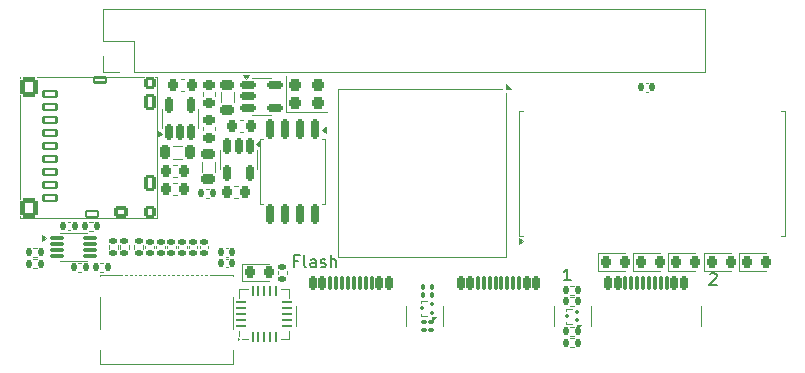
<source format=gto>
%TF.GenerationSoftware,KiCad,Pcbnew,9.0.3*%
%TF.CreationDate,2025-07-23T11:06:21+02:00*%
%TF.ProjectId,icepi-zero,69636570-692d-47a6-9572-6f2e6b696361,v1.3*%
%TF.SameCoordinates,Original*%
%TF.FileFunction,Legend,Top*%
%TF.FilePolarity,Positive*%
%FSLAX46Y46*%
G04 Gerber Fmt 4.6, Leading zero omitted, Abs format (unit mm)*
G04 Created by KiCad (PCBNEW 9.0.3) date 2025-07-23 11:06:21*
%MOMM*%
%LPD*%
G01*
G04 APERTURE LIST*
G04 Aperture macros list*
%AMRoundRect*
0 Rectangle with rounded corners*
0 $1 Rounding radius*
0 $2 $3 $4 $5 $6 $7 $8 $9 X,Y pos of 4 corners*
0 Add a 4 corners polygon primitive as box body*
4,1,4,$2,$3,$4,$5,$6,$7,$8,$9,$2,$3,0*
0 Add four circle primitives for the rounded corners*
1,1,$1+$1,$2,$3*
1,1,$1+$1,$4,$5*
1,1,$1+$1,$6,$7*
1,1,$1+$1,$8,$9*
0 Add four rect primitives between the rounded corners*
20,1,$1+$1,$2,$3,$4,$5,0*
20,1,$1+$1,$4,$5,$6,$7,0*
20,1,$1+$1,$6,$7,$8,$9,0*
20,1,$1+$1,$8,$9,$2,$3,0*%
G04 Aperture macros list end*
%ADD10C,0.200000*%
%ADD11C,0.120000*%
%ADD12C,0.100000*%
%ADD13C,5.700000*%
%ADD14RoundRect,0.140000X-0.170000X0.140000X-0.170000X-0.140000X0.170000X-0.140000X0.170000X0.140000X0*%
%ADD15RoundRect,0.225000X0.225000X0.250000X-0.225000X0.250000X-0.225000X-0.250000X0.225000X-0.250000X0*%
%ADD16RoundRect,0.135000X-0.135000X-0.185000X0.135000X-0.185000X0.135000X0.185000X-0.135000X0.185000X0*%
%ADD17RoundRect,0.140000X-0.140000X-0.170000X0.140000X-0.170000X0.140000X0.170000X-0.140000X0.170000X0*%
%ADD18RoundRect,0.150000X-0.512500X-0.150000X0.512500X-0.150000X0.512500X0.150000X-0.512500X0.150000X0*%
%ADD19R,1.700000X1.700000*%
%ADD20C,1.700000*%
%ADD21RoundRect,0.075000X-0.550000X-0.075000X0.550000X-0.075000X0.550000X0.075000X-0.550000X0.075000X0*%
%ADD22RoundRect,0.218750X-0.218750X-0.256250X0.218750X-0.256250X0.218750X0.256250X-0.218750X0.256250X0*%
%ADD23C,0.650000*%
%ADD24RoundRect,0.150000X-0.150000X-0.425000X0.150000X-0.425000X0.150000X0.425000X-0.150000X0.425000X0*%
%ADD25RoundRect,0.075000X-0.075000X-0.500000X0.075000X-0.500000X0.075000X0.500000X-0.075000X0.500000X0*%
%ADD26O,1.000000X2.100000*%
%ADD27O,1.000000X1.800000*%
%ADD28RoundRect,0.135000X0.185000X-0.135000X0.185000X0.135000X-0.185000X0.135000X-0.185000X-0.135000X0*%
%ADD29RoundRect,0.135000X0.135000X0.185000X-0.135000X0.185000X-0.135000X-0.185000X0.135000X-0.185000X0*%
%ADD30RoundRect,0.100000X-0.130000X-0.100000X0.130000X-0.100000X0.130000X0.100000X-0.130000X0.100000X0*%
%ADD31RoundRect,0.140000X0.140000X0.170000X-0.140000X0.170000X-0.140000X-0.170000X0.140000X-0.170000X0*%
%ADD32RoundRect,0.075000X0.075000X-0.075000X0.075000X0.075000X-0.075000X0.075000X-0.075000X-0.075000X0*%
%ADD33RoundRect,0.100000X-0.100000X0.130000X-0.100000X-0.130000X0.100000X-0.130000X0.100000X0.130000X0*%
%ADD34C,0.470000*%
%ADD35R,0.458000X1.510000*%
%ADD36RoundRect,0.225000X-0.250000X0.225000X-0.250000X-0.225000X0.250000X-0.225000X0.250000X0.225000X0*%
%ADD37RoundRect,0.150000X-0.150000X0.512500X-0.150000X-0.512500X0.150000X-0.512500X0.150000X0.512500X0*%
%ADD38RoundRect,0.250000X-0.300000X-0.250000X0.300000X-0.250000X0.300000X0.250000X-0.300000X0.250000X0*%
%ADD39C,1.000000*%
%ADD40R,0.210000X1.200000*%
%ADD41O,1.250000X1.800000*%
%ADD42RoundRect,0.225000X-0.225000X-0.250000X0.225000X-0.250000X0.225000X0.250000X-0.225000X0.250000X0*%
%ADD43RoundRect,0.150000X0.150000X-0.512500X0.150000X0.512500X-0.150000X0.512500X-0.150000X-0.512500X0*%
%ADD44RoundRect,0.218750X-0.218750X-0.381250X0.218750X-0.381250X0.218750X0.381250X-0.218750X0.381250X0*%
%ADD45RoundRect,0.162500X-0.162500X0.650000X-0.162500X-0.650000X0.162500X-0.650000X0.162500X0.650000X0*%
%ADD46RoundRect,0.218750X0.381250X-0.218750X0.381250X0.218750X-0.381250X0.218750X-0.381250X-0.218750X0*%
%ADD47RoundRect,0.218750X-0.381250X0.218750X-0.381250X-0.218750X0.381250X-0.218750X0.381250X0.218750X0*%
%ADD48RoundRect,0.062500X0.062500X-0.350000X0.062500X0.350000X-0.062500X0.350000X-0.062500X-0.350000X0*%
%ADD49RoundRect,0.062500X0.350000X-0.062500X0.350000X0.062500X-0.350000X0.062500X-0.350000X-0.062500X0*%
%ADD50R,2.500000X2.500000*%
%ADD51RoundRect,0.112500X-0.562500X0.262500X-0.562500X-0.262500X0.562500X-0.262500X0.562500X0.262500X0*%
%ADD52RoundRect,0.153750X-0.421250X0.358750X-0.421250X-0.358750X0.421250X-0.358750X0.421250X0.358750X0*%
%ADD53RoundRect,0.092250X-0.507750X0.215250X-0.507750X-0.215250X0.507750X-0.215250X0.507750X0.215250X0*%
%ADD54RoundRect,0.157500X-0.367500X0.380000X-0.367500X-0.380000X0.367500X-0.380000X0.367500X0.380000X0*%
%ADD55RoundRect,0.225000X-0.525000X0.625000X-0.525000X-0.625000X0.525000X-0.625000X0.525000X0.625000X0*%
%ADD56RoundRect,0.157500X-0.367500X0.542500X-0.367500X-0.542500X0.367500X-0.542500X0.367500X0.542500X0*%
%ADD57RoundRect,0.108750X-0.491250X0.253750X-0.491250X-0.253750X0.491250X-0.253750X0.491250X0.253750X0*%
G04 APERTURE END LIST*
D10*
X162618482Y-113817219D02*
X162047054Y-113817219D01*
X162332768Y-113817219D02*
X162332768Y-112817219D01*
X162332768Y-112817219D02*
X162237530Y-112960076D01*
X162237530Y-112960076D02*
X162142292Y-113055314D01*
X162142292Y-113055314D02*
X162047054Y-113102933D01*
X139543006Y-112163409D02*
X139209673Y-112163409D01*
X139209673Y-112687219D02*
X139209673Y-111687219D01*
X139209673Y-111687219D02*
X139685863Y-111687219D01*
X140209673Y-112687219D02*
X140114435Y-112639600D01*
X140114435Y-112639600D02*
X140066816Y-112544361D01*
X140066816Y-112544361D02*
X140066816Y-111687219D01*
X141019197Y-112687219D02*
X141019197Y-112163409D01*
X141019197Y-112163409D02*
X140971578Y-112068171D01*
X140971578Y-112068171D02*
X140876340Y-112020552D01*
X140876340Y-112020552D02*
X140685864Y-112020552D01*
X140685864Y-112020552D02*
X140590626Y-112068171D01*
X141019197Y-112639600D02*
X140923959Y-112687219D01*
X140923959Y-112687219D02*
X140685864Y-112687219D01*
X140685864Y-112687219D02*
X140590626Y-112639600D01*
X140590626Y-112639600D02*
X140543007Y-112544361D01*
X140543007Y-112544361D02*
X140543007Y-112449123D01*
X140543007Y-112449123D02*
X140590626Y-112353885D01*
X140590626Y-112353885D02*
X140685864Y-112306266D01*
X140685864Y-112306266D02*
X140923959Y-112306266D01*
X140923959Y-112306266D02*
X141019197Y-112258647D01*
X141447769Y-112639600D02*
X141543007Y-112687219D01*
X141543007Y-112687219D02*
X141733483Y-112687219D01*
X141733483Y-112687219D02*
X141828721Y-112639600D01*
X141828721Y-112639600D02*
X141876340Y-112544361D01*
X141876340Y-112544361D02*
X141876340Y-112496742D01*
X141876340Y-112496742D02*
X141828721Y-112401504D01*
X141828721Y-112401504D02*
X141733483Y-112353885D01*
X141733483Y-112353885D02*
X141590626Y-112353885D01*
X141590626Y-112353885D02*
X141495388Y-112306266D01*
X141495388Y-112306266D02*
X141447769Y-112211028D01*
X141447769Y-112211028D02*
X141447769Y-112163409D01*
X141447769Y-112163409D02*
X141495388Y-112068171D01*
X141495388Y-112068171D02*
X141590626Y-112020552D01*
X141590626Y-112020552D02*
X141733483Y-112020552D01*
X141733483Y-112020552D02*
X141828721Y-112068171D01*
X142304912Y-112687219D02*
X142304912Y-111687219D01*
X142733483Y-112687219D02*
X142733483Y-112163409D01*
X142733483Y-112163409D02*
X142685864Y-112068171D01*
X142685864Y-112068171D02*
X142590626Y-112020552D01*
X142590626Y-112020552D02*
X142447769Y-112020552D01*
X142447769Y-112020552D02*
X142352531Y-112068171D01*
X142352531Y-112068171D02*
X142304912Y-112115790D01*
X174397054Y-113287457D02*
X174444673Y-113239838D01*
X174444673Y-113239838D02*
X174539911Y-113192219D01*
X174539911Y-113192219D02*
X174778006Y-113192219D01*
X174778006Y-113192219D02*
X174873244Y-113239838D01*
X174873244Y-113239838D02*
X174920863Y-113287457D01*
X174920863Y-113287457D02*
X174968482Y-113382695D01*
X174968482Y-113382695D02*
X174968482Y-113477933D01*
X174968482Y-113477933D02*
X174920863Y-113620790D01*
X174920863Y-113620790D02*
X174349435Y-114192219D01*
X174349435Y-114192219D02*
X174968482Y-114192219D01*
D11*
%TO.C,C31*%
X131210000Y-110892164D02*
X131210000Y-111107836D01*
X131930000Y-110892164D02*
X131930000Y-111107836D01*
%TO.C,C35*%
X127530000Y-110892164D02*
X127530000Y-111107836D01*
X128250000Y-110892164D02*
X128250000Y-111107836D01*
%TO.C,C5*%
X129240580Y-104060000D02*
X128959420Y-104060000D01*
X129240580Y-105080000D02*
X128959420Y-105080000D01*
%TO.C,C6*%
X129240580Y-105590000D02*
X128959420Y-105590000D01*
X129240580Y-106610000D02*
X128959420Y-106610000D01*
%TO.C,R27*%
X162596359Y-115195000D02*
X162903641Y-115195000D01*
X162596359Y-115955000D02*
X162903641Y-115955000D01*
%TO.C,C44*%
X168952164Y-97110000D02*
X169167836Y-97110000D01*
X168952164Y-97830000D02*
X169167836Y-97830000D01*
%TO.C,U4*%
X136440000Y-96682500D02*
X135640000Y-96682500D01*
X136440000Y-96682500D02*
X137240000Y-96682500D01*
X136440000Y-99802500D02*
X135640000Y-99802500D01*
X136440000Y-99802500D02*
X137240000Y-99802500D01*
X135140000Y-96732500D02*
X134900000Y-96402500D01*
X135380000Y-96402500D01*
X135140000Y-96732500D01*
G36*
X135140000Y-96732500D02*
G01*
X134900000Y-96402500D01*
X135380000Y-96402500D01*
X135140000Y-96732500D01*
G37*
%TO.C,J1*%
X122995000Y-90855000D02*
X174015000Y-90855000D01*
X122995000Y-93505000D02*
X122995000Y-90855000D01*
X122995000Y-96155000D02*
X122995000Y-94775000D01*
X124375000Y-96155000D02*
X122995000Y-96155000D01*
X125645000Y-93505000D02*
X122995000Y-93505000D01*
X125645000Y-96155000D02*
X125645000Y-93505000D01*
X125645000Y-96155000D02*
X174015000Y-96155000D01*
X174015000Y-96155000D02*
X174015000Y-90855000D01*
%TO.C,U5*%
X120500000Y-109790000D02*
X119350000Y-109790000D01*
X120500000Y-109790000D02*
X121650000Y-109790000D01*
X120500000Y-112160000D02*
X119350000Y-112160000D01*
X120500000Y-112160000D02*
X121650000Y-112160000D01*
X118215000Y-110225000D02*
X117885000Y-110465000D01*
X117885000Y-109985000D01*
X118215000Y-110225000D01*
G36*
X118215000Y-110225000D02*
G01*
X117885000Y-110465000D01*
X117885000Y-109985000D01*
X118215000Y-110225000D01*
G37*
%TO.C,D3*%
X173875000Y-111505000D02*
X173875000Y-112975000D01*
X173875000Y-112975000D02*
X176160000Y-112975000D01*
X176160000Y-111505000D02*
X173875000Y-111505000D01*
%TO.C,J4*%
X164330000Y-117650000D02*
X164330000Y-115950000D01*
X173670000Y-117650000D02*
X173670000Y-115950000D01*
%TO.C,D8*%
X134777500Y-112395000D02*
X134777500Y-113865000D01*
X134777500Y-113865000D02*
X137062500Y-113865000D01*
X137062500Y-112395000D02*
X134777500Y-112395000D01*
%TO.C,R12*%
X125660000Y-111153641D02*
X125660000Y-110846359D01*
X126420000Y-111153641D02*
X126420000Y-110846359D01*
%TO.C,R16*%
X121193641Y-112320000D02*
X120886359Y-112320000D01*
X121193641Y-113080000D02*
X120886359Y-113080000D01*
%TO.C,R18*%
X117096359Y-112020000D02*
X117403641Y-112020000D01*
X117096359Y-112780000D02*
X117403641Y-112780000D01*
%TO.C,R8*%
X132003641Y-106040000D02*
X131696359Y-106040000D01*
X132003641Y-106800000D02*
X131696359Y-106800000D01*
%TO.C,D4*%
X167887500Y-111525000D02*
X167887500Y-112995000D01*
X167887500Y-112995000D02*
X170172500Y-112995000D01*
X170172500Y-111525000D02*
X167887500Y-111525000D01*
%TO.C,C30*%
X133607836Y-111070000D02*
X133392164Y-111070000D01*
X133607836Y-111790000D02*
X133392164Y-111790000D01*
%TO.C,U9*%
X149917500Y-115532500D02*
X149917500Y-115732500D01*
X149917500Y-116832500D02*
X149917500Y-116632500D01*
X150467500Y-115532500D02*
X149917500Y-115532500D01*
X150467500Y-116832500D02*
X149917500Y-116832500D01*
X150897500Y-117222500D02*
X150897500Y-116942500D01*
X151177500Y-116942500D01*
X150897500Y-117222500D01*
G36*
X150897500Y-117222500D02*
G01*
X150897500Y-116942500D01*
X151177500Y-116942500D01*
X150897500Y-117222500D01*
G37*
%TO.C,J5*%
X151830000Y-117650000D02*
X151830000Y-115950000D01*
X161170000Y-117650000D02*
X161170000Y-115950000D01*
%TO.C,C32*%
X130290000Y-110892164D02*
X130290000Y-111107836D01*
X131010000Y-110892164D02*
X131010000Y-111107836D01*
%TO.C,C17*%
X134875580Y-100260000D02*
X134594420Y-100260000D01*
X134875580Y-101280000D02*
X134594420Y-101280000D01*
%TO.C,R28*%
X137830000Y-113303641D02*
X137830000Y-112996359D01*
X138590000Y-113303641D02*
X138590000Y-112996359D01*
%TO.C,C4*%
X129890580Y-96790000D02*
X129609420Y-96790000D01*
X129890580Y-97810000D02*
X129609420Y-97810000D01*
%TO.C,C34*%
X128450000Y-110892164D02*
X128450000Y-111107836D01*
X129170000Y-110892164D02*
X129170000Y-111107836D01*
%TO.C,U1*%
X142900000Y-97650000D02*
X142900000Y-111850000D01*
X142900000Y-111850000D02*
X157100000Y-111850000D01*
X156780000Y-97650000D02*
X142900000Y-97650000D01*
X157100000Y-111850000D02*
X157100000Y-97970000D01*
X157600000Y-97650000D02*
X157100000Y-97650000D01*
X157100000Y-97150000D01*
X157600000Y-97650000D01*
G36*
X157600000Y-97650000D02*
G01*
X157100000Y-97650000D01*
X157100000Y-97150000D01*
X157600000Y-97650000D01*
G37*
%TO.C,U10*%
X158200000Y-99450000D02*
X158600000Y-99450000D01*
X158200000Y-110050000D02*
X158200000Y-99450000D01*
X158600000Y-110050000D02*
X158200000Y-110050000D01*
X180400000Y-99450000D02*
X180800000Y-99450000D01*
X180400000Y-110050000D02*
X180800000Y-110050000D01*
X180800000Y-110050000D02*
X180800000Y-99450000D01*
X158600000Y-110450000D02*
X158270000Y-110690000D01*
X158270000Y-110210000D01*
X158600000Y-110450000D01*
G36*
X158600000Y-110450000D02*
G01*
X158270000Y-110690000D01*
X158270000Y-110210000D01*
X158600000Y-110450000D01*
G37*
%TO.C,C23*%
X131460000Y-100834420D02*
X131460000Y-101115580D01*
X132480000Y-100834420D02*
X132480000Y-101115580D01*
%TO.C,D2*%
X170875000Y-111505000D02*
X170875000Y-112975000D01*
X170875000Y-112975000D02*
X173160000Y-112975000D01*
X173160000Y-111505000D02*
X170875000Y-111505000D01*
%TO.C,U3*%
X132930000Y-103567500D02*
X132930000Y-102767500D01*
X132930000Y-103567500D02*
X132930000Y-104367500D01*
X136050000Y-103567500D02*
X136050000Y-102767500D01*
X136050000Y-103567500D02*
X136050000Y-104367500D01*
X136330000Y-102507500D02*
X136000000Y-102267500D01*
X136330000Y-102027500D01*
X136330000Y-102507500D01*
G36*
X136330000Y-102507500D02*
G01*
X136000000Y-102267500D01*
X136330000Y-102027500D01*
X136330000Y-102507500D01*
G37*
%TO.C,Y1*%
X138490000Y-96540000D02*
X138490000Y-99560000D01*
X138490000Y-99560000D02*
X142010000Y-99560000D01*
%TO.C,C33*%
X129370000Y-110892164D02*
X129370000Y-111107836D01*
X130090000Y-110892164D02*
X130090000Y-111107836D01*
%TO.C,R35*%
X162596359Y-117750000D02*
X162903641Y-117750000D01*
X162596359Y-118510000D02*
X162903641Y-118510000D01*
%TO.C,U8*%
X162200000Y-116200000D02*
X162200000Y-116400000D01*
X162200000Y-117500000D02*
X162200000Y-117300000D01*
X162750000Y-116200000D02*
X162200000Y-116200000D01*
X162750000Y-117500000D02*
X162200000Y-117500000D01*
X163180000Y-117890000D02*
X163180000Y-117610000D01*
X163460000Y-117610000D01*
X163180000Y-117890000D01*
G36*
X163180000Y-117890000D02*
G01*
X163180000Y-117610000D01*
X163460000Y-117610000D01*
X163180000Y-117890000D01*
G37*
%TO.C,R15*%
X122153641Y-108845000D02*
X121846359Y-108845000D01*
X122153641Y-109605000D02*
X121846359Y-109605000D01*
%TO.C,R17*%
X122746359Y-112320000D02*
X123053641Y-112320000D01*
X122746359Y-113080000D02*
X123053641Y-113080000D01*
%TO.C,J3*%
X139330000Y-117650000D02*
X139330000Y-115950000D01*
X148670000Y-117650000D02*
X148670000Y-115950000D01*
%TO.C,J2*%
D12*
X122800000Y-113350000D02*
X134000000Y-113350000D01*
X134000000Y-120850000D01*
X122800000Y-120850000D01*
X122800000Y-113350000D01*
D11*
%TO.C,C29*%
X133607836Y-111990000D02*
X133392164Y-111990000D01*
X133607836Y-112710000D02*
X133392164Y-112710000D01*
%TO.C,C36*%
X126610000Y-110892164D02*
X126610000Y-111107836D01*
X127330000Y-110892164D02*
X127330000Y-111107836D01*
%TO.C,R13*%
X124445000Y-111153641D02*
X124445000Y-110846359D01*
X125205000Y-111153641D02*
X125205000Y-110846359D01*
%TO.C,D5*%
X176865000Y-111515000D02*
X176865000Y-112985000D01*
X176865000Y-112985000D02*
X179150000Y-112985000D01*
X179150000Y-111515000D02*
X176865000Y-111515000D01*
%TO.C,R14*%
X123495000Y-111153641D02*
X123495000Y-110846359D01*
X124255000Y-111153641D02*
X124255000Y-110846359D01*
%TO.C,C24*%
X131455000Y-97879420D02*
X131455000Y-98160580D01*
X132475000Y-97879420D02*
X132475000Y-98160580D01*
%TO.C,C18*%
X134129420Y-105840000D02*
X134410580Y-105840000D01*
X134129420Y-106860000D02*
X134410580Y-106860000D01*
%TO.C,U2*%
X127980000Y-100087500D02*
X127980000Y-99287500D01*
X127980000Y-100087500D02*
X127980000Y-100887500D01*
X131100000Y-100087500D02*
X131100000Y-99287500D01*
X131100000Y-100087500D02*
X131100000Y-100887500D01*
X128030000Y-101387500D02*
X127700000Y-101627500D01*
X127700000Y-101147500D01*
X128030000Y-101387500D01*
G36*
X128030000Y-101387500D02*
G01*
X127700000Y-101627500D01*
X127700000Y-101147500D01*
X128030000Y-101387500D01*
G37*
%TO.C,L1*%
X128930378Y-102420000D02*
X129729622Y-102420000D01*
X128930378Y-103540000D02*
X129729622Y-103540000D01*
%TO.C,R26*%
X162596359Y-114255000D02*
X162903641Y-114255000D01*
X162596359Y-115015000D02*
X162903641Y-115015000D01*
%TO.C,U11*%
X136330000Y-101840000D02*
X136600000Y-101840000D01*
X136330000Y-104600000D02*
X136330000Y-101840000D01*
X136330000Y-104600000D02*
X136330000Y-107360000D01*
X136330000Y-107360000D02*
X136600000Y-107360000D01*
X141850000Y-101840000D02*
X141580000Y-101840000D01*
X141850000Y-104600000D02*
X141850000Y-101840000D01*
X141850000Y-104600000D02*
X141850000Y-107360000D01*
X141850000Y-107360000D02*
X141580000Y-107360000D01*
X141910000Y-101315000D02*
X141580000Y-101075000D01*
X141910000Y-100835000D01*
X141910000Y-101315000D01*
G36*
X141910000Y-101315000D02*
G01*
X141580000Y-101075000D01*
X141910000Y-100835000D01*
X141910000Y-101315000D01*
G37*
%TO.C,L3*%
X132985000Y-98689622D02*
X132985000Y-97890378D01*
X134105000Y-98689622D02*
X134105000Y-97890378D01*
%TO.C,D1*%
X164932500Y-111505000D02*
X164932500Y-112975000D01*
X164932500Y-112975000D02*
X167217500Y-112975000D01*
X167217500Y-111505000D02*
X164932500Y-111505000D01*
%TO.C,L2*%
X131380000Y-103800378D02*
X131380000Y-104599622D01*
X132500000Y-103800378D02*
X132500000Y-104599622D01*
%TO.C,U6*%
X134570000Y-114570000D02*
X135295000Y-114570000D01*
X134570000Y-115295000D02*
X134570000Y-114570000D01*
X134570000Y-118065000D02*
X134570000Y-118490000D01*
X135295000Y-118790000D02*
X134810000Y-118790000D01*
X138790000Y-114570000D02*
X138065000Y-114570000D01*
X138790000Y-115295000D02*
X138790000Y-114570000D01*
X138790000Y-118065000D02*
X138790000Y-118790000D01*
X138790000Y-118790000D02*
X138065000Y-118790000D01*
X134570000Y-118790000D02*
X134240000Y-119030000D01*
X134240000Y-118550000D01*
X134570000Y-118790000D01*
G36*
X134570000Y-118790000D02*
G01*
X134240000Y-119030000D01*
X134240000Y-118550000D01*
X134570000Y-118790000D01*
G37*
%TO.C,R39*%
X162596359Y-118695000D02*
X162903641Y-118695000D01*
X162596359Y-119455000D02*
X162903641Y-119455000D01*
%TO.C,J6*%
D12*
X127570000Y-96550000D02*
X115970000Y-96550000D01*
X115970000Y-108550000D01*
X127570000Y-108550000D01*
X127570000Y-96550000D01*
D11*
%TO.C,R19*%
X117096359Y-111060000D02*
X117403641Y-111060000D01*
X117096359Y-111820000D02*
X117403641Y-111820000D01*
%TO.C,C37*%
X120257836Y-108865000D02*
X120042164Y-108865000D01*
X120257836Y-109585000D02*
X120042164Y-109585000D01*
%TD*%
%LPC*%
D13*
%TO.C,H3*%
X119500000Y-116500000D03*
%TD*%
D14*
%TO.C,C31*%
X131570000Y-110520000D03*
X131570000Y-111480000D03*
%TD*%
%TO.C,C35*%
X127890000Y-110520000D03*
X127890000Y-111480000D03*
%TD*%
D15*
%TO.C,C5*%
X129875000Y-104570000D03*
X128325000Y-104570000D03*
%TD*%
%TO.C,C6*%
X129875000Y-106100000D03*
X128325000Y-106100000D03*
%TD*%
D16*
%TO.C,R27*%
X162240000Y-115575000D03*
X163260000Y-115575000D03*
%TD*%
D17*
%TO.C,C44*%
X168580000Y-97470000D03*
X169540000Y-97470000D03*
%TD*%
D18*
%TO.C,U4*%
X135302500Y-97292500D03*
X135302500Y-98242500D03*
X135302500Y-99192500D03*
X137577500Y-99192500D03*
X137577500Y-97292500D03*
%TD*%
D19*
%TO.C,J1*%
X124375000Y-94775000D03*
D20*
X124375000Y-92235000D03*
X126915000Y-94775000D03*
X126915000Y-92235000D03*
X129455000Y-94775000D03*
X129455000Y-92235000D03*
X131995000Y-94775000D03*
X131995000Y-92235000D03*
X134535000Y-94775000D03*
X134535000Y-92235000D03*
X137075000Y-94775000D03*
X137075000Y-92235000D03*
X139615000Y-94775000D03*
X139615000Y-92235000D03*
X142155000Y-94775000D03*
X142155000Y-92235000D03*
X144695000Y-94775000D03*
X144695000Y-92235000D03*
X147235000Y-94775000D03*
X147235000Y-92235000D03*
X149775000Y-94775000D03*
X149775000Y-92235000D03*
X152315000Y-94775000D03*
X152315000Y-92235000D03*
X154855000Y-94775000D03*
X154855000Y-92235000D03*
X157395000Y-94775000D03*
X157395000Y-92235000D03*
X159935000Y-94775000D03*
X159935000Y-92235000D03*
X162475000Y-94775000D03*
X162475000Y-92235000D03*
X165015000Y-94775000D03*
X165015000Y-92235000D03*
X167555000Y-94775000D03*
X167555000Y-92235000D03*
X170095000Y-94775000D03*
X170095000Y-92235000D03*
X172635000Y-94775000D03*
X172635000Y-92235000D03*
%TD*%
D21*
%TO.C,U5*%
X119100000Y-110225000D03*
X119100000Y-110725000D03*
X119100000Y-111225000D03*
X119100000Y-111725000D03*
X121900000Y-111725000D03*
X121900000Y-111225000D03*
X121900000Y-110725000D03*
X121900000Y-110225000D03*
%TD*%
D22*
%TO.C,D3*%
X174572500Y-112240000D03*
X176147500Y-112240000D03*
%TD*%
D23*
%TO.C,J4*%
X166110000Y-115145000D03*
X171890000Y-115145000D03*
D24*
X165800000Y-114070000D03*
X166600000Y-114070000D03*
D25*
X167750000Y-114070000D03*
X168750000Y-114070000D03*
X169250000Y-114070000D03*
X170250000Y-114070000D03*
D24*
X171400000Y-114070000D03*
X172200000Y-114070000D03*
X172200000Y-114070000D03*
X171400000Y-114070000D03*
D25*
X170750000Y-114070000D03*
X169750000Y-114070000D03*
X168250000Y-114070000D03*
X167250000Y-114070000D03*
D24*
X166600000Y-114070000D03*
X165800000Y-114070000D03*
D26*
X164680000Y-114645000D03*
D27*
X164680000Y-118825000D03*
D26*
X173320000Y-114645000D03*
D27*
X173320000Y-118825000D03*
%TD*%
D22*
%TO.C,D8*%
X135475000Y-113130000D03*
X137050000Y-113130000D03*
%TD*%
D28*
%TO.C,R12*%
X126040000Y-111510000D03*
X126040000Y-110490000D03*
%TD*%
D29*
%TO.C,R16*%
X121550000Y-112700000D03*
X120530000Y-112700000D03*
%TD*%
D16*
%TO.C,R18*%
X116740000Y-112400000D03*
X117760000Y-112400000D03*
%TD*%
D30*
%TO.C,R33*%
X150155000Y-118025000D03*
X150795000Y-118025000D03*
%TD*%
D29*
%TO.C,R8*%
X132360000Y-106420000D03*
X131340000Y-106420000D03*
%TD*%
D22*
%TO.C,D4*%
X168585000Y-112260000D03*
X170160000Y-112260000D03*
%TD*%
D31*
%TO.C,C30*%
X133980000Y-111430000D03*
X133020000Y-111430000D03*
%TD*%
D32*
%TO.C,U9*%
X150892500Y-116532500D03*
X150892500Y-115832500D03*
X150042500Y-116182500D03*
%TD*%
D23*
%TO.C,J5*%
X153610000Y-115145000D03*
X159390000Y-115145000D03*
D24*
X153300000Y-114070000D03*
X154100000Y-114070000D03*
D25*
X155250000Y-114070000D03*
X156250000Y-114070000D03*
X156750000Y-114070000D03*
X157750000Y-114070000D03*
D24*
X158900000Y-114070000D03*
X159700000Y-114070000D03*
X159700000Y-114070000D03*
X158900000Y-114070000D03*
D25*
X158250000Y-114070000D03*
X157250000Y-114070000D03*
X155750000Y-114070000D03*
X154750000Y-114070000D03*
D24*
X154100000Y-114070000D03*
X153300000Y-114070000D03*
D26*
X152180000Y-114645000D03*
D27*
X152180000Y-118825000D03*
D26*
X160820000Y-114645000D03*
D27*
X160820000Y-118825000D03*
%TD*%
D14*
%TO.C,C32*%
X130650000Y-110520000D03*
X130650000Y-111480000D03*
%TD*%
D33*
%TO.C,R38*%
X150830000Y-114370000D03*
X150830000Y-115010000D03*
%TD*%
D15*
%TO.C,C17*%
X135510000Y-100770000D03*
X133960000Y-100770000D03*
%TD*%
D28*
%TO.C,R28*%
X138210000Y-113660000D03*
X138210000Y-112640000D03*
%TD*%
D15*
%TO.C,C4*%
X130525000Y-97300000D03*
X128975000Y-97300000D03*
%TD*%
D14*
%TO.C,C34*%
X128810000Y-110520000D03*
X128810000Y-111480000D03*
%TD*%
D34*
%TO.C,U1*%
X156000000Y-98750000D03*
X156000000Y-99550000D03*
X156000000Y-100350000D03*
X156000000Y-101150000D03*
X156000000Y-101950000D03*
X156000000Y-102750000D03*
X156000000Y-103550000D03*
X156000000Y-104350000D03*
X156000000Y-105150000D03*
X156000000Y-105950000D03*
X156000000Y-106750000D03*
X156000000Y-107550000D03*
X156000000Y-108350000D03*
X156000000Y-109150000D03*
X156000000Y-109950000D03*
X156000000Y-110750000D03*
X155200000Y-98750000D03*
X155200000Y-99550000D03*
X155200000Y-100350000D03*
X155200000Y-101150000D03*
X155200000Y-101950000D03*
X155200000Y-102750000D03*
X155200000Y-103550000D03*
X155200000Y-104350000D03*
X155200000Y-105150000D03*
X155200000Y-105950000D03*
X155200000Y-106750000D03*
X155200000Y-107550000D03*
X155200000Y-108350000D03*
X155200000Y-109150000D03*
X155200000Y-109950000D03*
X155200000Y-110750000D03*
X154400000Y-98750000D03*
X154400000Y-99550000D03*
X154400000Y-100350000D03*
X154400000Y-101150000D03*
X154400000Y-101950000D03*
X154400000Y-102750000D03*
X154400000Y-103550000D03*
X154400000Y-104350000D03*
X154400000Y-105150000D03*
X154400000Y-105950000D03*
X154400000Y-106750000D03*
X154400000Y-107550000D03*
X154400000Y-108350000D03*
X154400000Y-109150000D03*
X154400000Y-109950000D03*
X154400000Y-110750000D03*
X153600000Y-98750000D03*
X153600000Y-99550000D03*
X153600000Y-100350000D03*
X153600000Y-101150000D03*
X153600000Y-101950000D03*
X153600000Y-102750000D03*
X153600000Y-103550000D03*
X153600000Y-104350000D03*
X153600000Y-105150000D03*
X153600000Y-105950000D03*
X153600000Y-106750000D03*
X153600000Y-107550000D03*
X153600000Y-108350000D03*
X153600000Y-109150000D03*
X153600000Y-109950000D03*
X153600000Y-110750000D03*
X152800000Y-98750000D03*
X152800000Y-99550000D03*
X152800000Y-100350000D03*
X152800000Y-101150000D03*
X152800000Y-101950000D03*
X152800000Y-102750000D03*
X152800000Y-103550000D03*
X152800000Y-104350000D03*
X152800000Y-105150000D03*
X152800000Y-105950000D03*
X152800000Y-106750000D03*
X152800000Y-107550000D03*
X152800000Y-108350000D03*
X152800000Y-109150000D03*
X152800000Y-109950000D03*
X152800000Y-110750000D03*
X152000000Y-98750000D03*
X152000000Y-99550000D03*
X152000000Y-100350000D03*
X152000000Y-101150000D03*
X152000000Y-101950000D03*
X152000000Y-102750000D03*
X152000000Y-103550000D03*
X152000000Y-104350000D03*
X152000000Y-105150000D03*
X152000000Y-105950000D03*
X152000000Y-106750000D03*
X152000000Y-107550000D03*
X152000000Y-108350000D03*
X152000000Y-109150000D03*
X152000000Y-109950000D03*
X152000000Y-110750000D03*
X151200000Y-98750000D03*
X151200000Y-99550000D03*
X151200000Y-100350000D03*
X151200000Y-101150000D03*
X151200000Y-101950000D03*
X151200000Y-102750000D03*
X151200000Y-103550000D03*
X151200000Y-104350000D03*
X151200000Y-105150000D03*
X151200000Y-105950000D03*
X151200000Y-106750000D03*
X151200000Y-107550000D03*
X151200000Y-108350000D03*
X151200000Y-109150000D03*
X151200000Y-109950000D03*
X151200000Y-110750000D03*
X150400000Y-98750000D03*
X150400000Y-99550000D03*
X150400000Y-100350000D03*
X150400000Y-101150000D03*
X150400000Y-101950000D03*
X150400000Y-102750000D03*
X150400000Y-103550000D03*
X150400000Y-104350000D03*
X150400000Y-105150000D03*
X150400000Y-105950000D03*
X150400000Y-106750000D03*
X150400000Y-107550000D03*
X150400000Y-108350000D03*
X150400000Y-109150000D03*
X150400000Y-109950000D03*
X150400000Y-110750000D03*
X149600000Y-98750000D03*
X149600000Y-99550000D03*
X149600000Y-100350000D03*
X149600000Y-101150000D03*
X149600000Y-101950000D03*
X149600000Y-102750000D03*
X149600000Y-103550000D03*
X149600000Y-104350000D03*
X149600000Y-105150000D03*
X149600000Y-105950000D03*
X149600000Y-106750000D03*
X149600000Y-107550000D03*
X149600000Y-108350000D03*
X149600000Y-109150000D03*
X149600000Y-109950000D03*
X149600000Y-110750000D03*
X148800000Y-98750000D03*
X148800000Y-99550000D03*
X148800000Y-100350000D03*
X148800000Y-101150000D03*
X148800000Y-101950000D03*
X148800000Y-102750000D03*
X148800000Y-103550000D03*
X148800000Y-104350000D03*
X148800000Y-105150000D03*
X148800000Y-105950000D03*
X148800000Y-106750000D03*
X148800000Y-107550000D03*
X148800000Y-108350000D03*
X148800000Y-109150000D03*
X148800000Y-109950000D03*
X148800000Y-110750000D03*
X148000000Y-98750000D03*
X148000000Y-99550000D03*
X148000000Y-100350000D03*
X148000000Y-101150000D03*
X148000000Y-101950000D03*
X148000000Y-102750000D03*
X148000000Y-103550000D03*
X148000000Y-104350000D03*
X148000000Y-105150000D03*
X148000000Y-105950000D03*
X148000000Y-106750000D03*
X148000000Y-107550000D03*
X148000000Y-108350000D03*
X148000000Y-109150000D03*
X148000000Y-109950000D03*
X148000000Y-110750000D03*
X147200000Y-98750000D03*
X147200000Y-99550000D03*
X147200000Y-100350000D03*
X147200000Y-101150000D03*
X147200000Y-101950000D03*
X147200000Y-102750000D03*
X147200000Y-103550000D03*
X147200000Y-104350000D03*
X147200000Y-105150000D03*
X147200000Y-105950000D03*
X147200000Y-106750000D03*
X147200000Y-107550000D03*
X147200000Y-108350000D03*
X147200000Y-109150000D03*
X147200000Y-109950000D03*
X147200000Y-110750000D03*
X146400000Y-98750000D03*
X146400000Y-99550000D03*
X146400000Y-100350000D03*
X146400000Y-101150000D03*
X146400000Y-101950000D03*
X146400000Y-102750000D03*
X146400000Y-103550000D03*
X146400000Y-104350000D03*
X146400000Y-105150000D03*
X146400000Y-105950000D03*
X146400000Y-106750000D03*
X146400000Y-107550000D03*
X146400000Y-108350000D03*
X146400000Y-109150000D03*
X146400000Y-109950000D03*
X146400000Y-110750000D03*
X145600000Y-98750000D03*
X145600000Y-99550000D03*
X145600000Y-100350000D03*
X145600000Y-101150000D03*
X145600000Y-101950000D03*
X145600000Y-102750000D03*
X145600000Y-103550000D03*
X145600000Y-104350000D03*
X145600000Y-105150000D03*
X145600000Y-105950000D03*
X145600000Y-106750000D03*
X145600000Y-107550000D03*
X145600000Y-108350000D03*
X145600000Y-109150000D03*
X145600000Y-109950000D03*
X145600000Y-110750000D03*
X144800000Y-98750000D03*
X144800000Y-99550000D03*
X144800000Y-100350000D03*
X144800000Y-101150000D03*
X144800000Y-101950000D03*
X144800000Y-102750000D03*
X144800000Y-103550000D03*
X144800000Y-104350000D03*
X144800000Y-105150000D03*
X144800000Y-105950000D03*
X144800000Y-106750000D03*
X144800000Y-107550000D03*
X144800000Y-108350000D03*
X144800000Y-109150000D03*
X144800000Y-109950000D03*
X144800000Y-110750000D03*
X144000000Y-98750000D03*
X144000000Y-99550000D03*
X144000000Y-100350000D03*
X144000000Y-101150000D03*
X144000000Y-101950000D03*
X144000000Y-102750000D03*
X144000000Y-103550000D03*
X144000000Y-104350000D03*
X144000000Y-105150000D03*
X144000000Y-105950000D03*
X144000000Y-106750000D03*
X144000000Y-107550000D03*
X144000000Y-108350000D03*
X144000000Y-109150000D03*
X144000000Y-109950000D03*
X144000000Y-110750000D03*
%TD*%
D35*
%TO.C,U10*%
X159100000Y-110500000D03*
X159900000Y-110500000D03*
X160700000Y-110500000D03*
X161500000Y-110500000D03*
X162300000Y-110500000D03*
X163100000Y-110500000D03*
X163900000Y-110500000D03*
X164700000Y-110500000D03*
X165500000Y-110500000D03*
X166300000Y-110500000D03*
X167100000Y-110500000D03*
X167900000Y-110500000D03*
X168700000Y-110500000D03*
X169500000Y-110500000D03*
X170300000Y-110500000D03*
X171100000Y-110500000D03*
X171900000Y-110500000D03*
X172700000Y-110500000D03*
X173500000Y-110500000D03*
X174300000Y-110500000D03*
X175100000Y-110500000D03*
X175900000Y-110500000D03*
X176700000Y-110500000D03*
X177500000Y-110500000D03*
X178300000Y-110500000D03*
X179100000Y-110500000D03*
X179900000Y-110500000D03*
X179900000Y-99000000D03*
X179100000Y-99000000D03*
X178300000Y-99000000D03*
X177500000Y-99000000D03*
X176700000Y-99000000D03*
X175900000Y-99000000D03*
X175100000Y-99000000D03*
X174300000Y-99000000D03*
X173500000Y-99000000D03*
X172700000Y-99000000D03*
X171900000Y-99000000D03*
X171100000Y-99000000D03*
X170300000Y-99000000D03*
X169500000Y-99000000D03*
X168700000Y-99000000D03*
X167900000Y-99000000D03*
X167100000Y-99000000D03*
X166300000Y-99000000D03*
X165500000Y-99000000D03*
X164700000Y-99000000D03*
X163900000Y-99000000D03*
X163100000Y-99000000D03*
X162300000Y-99000000D03*
X161500000Y-99000000D03*
X160700000Y-99000000D03*
X159900000Y-99000000D03*
X159100000Y-99000000D03*
%TD*%
D36*
%TO.C,C23*%
X131970000Y-100200000D03*
X131970000Y-101750000D03*
%TD*%
D22*
%TO.C,D2*%
X171572500Y-112240000D03*
X173147500Y-112240000D03*
%TD*%
D13*
%TO.C,H1*%
X119500000Y-93500000D03*
%TD*%
D37*
%TO.C,U3*%
X135440000Y-102430000D03*
X134490000Y-102430000D03*
X133540000Y-102430000D03*
X133540000Y-104705000D03*
X135440000Y-104705000D03*
%TD*%
D38*
%TO.C,Y1*%
X139300000Y-98800000D03*
X141200000Y-98800000D03*
X141200000Y-97300000D03*
X139300000Y-97300000D03*
%TD*%
D14*
%TO.C,C33*%
X129730000Y-110520000D03*
X129730000Y-111480000D03*
%TD*%
D16*
%TO.C,R35*%
X162240000Y-118130000D03*
X163260000Y-118130000D03*
%TD*%
D32*
%TO.C,U8*%
X163175000Y-117200000D03*
X163175000Y-116500000D03*
X162325000Y-116850000D03*
%TD*%
D33*
%TO.C,R40*%
X150130000Y-114370000D03*
X150130000Y-115010000D03*
%TD*%
D29*
%TO.C,R15*%
X122510000Y-109225000D03*
X121490000Y-109225000D03*
%TD*%
D16*
%TO.C,R17*%
X122390000Y-112700000D03*
X123410000Y-112700000D03*
%TD*%
D23*
%TO.C,J3*%
X141110000Y-115145000D03*
X146890000Y-115145000D03*
D24*
X140800000Y-114070000D03*
X141600000Y-114070000D03*
D25*
X142750000Y-114070000D03*
X143750000Y-114070000D03*
X144250000Y-114070000D03*
X145250000Y-114070000D03*
D24*
X146400000Y-114070000D03*
X147200000Y-114070000D03*
X147200000Y-114070000D03*
X146400000Y-114070000D03*
D25*
X145750000Y-114070000D03*
X144750000Y-114070000D03*
X143250000Y-114070000D03*
X142250000Y-114070000D03*
D24*
X141600000Y-114070000D03*
X140800000Y-114070000D03*
D26*
X139680000Y-114645000D03*
D27*
X139680000Y-118825000D03*
D26*
X148320000Y-114645000D03*
D27*
X148320000Y-118825000D03*
%TD*%
D13*
%TO.C,H4*%
X177500000Y-116500000D03*
%TD*%
D39*
%TO.C,J2*%
X124650000Y-115150000D03*
X132150000Y-115150000D03*
D40*
X132000000Y-113200000D03*
X131600000Y-113200000D03*
X131200000Y-113200000D03*
X130800000Y-113200000D03*
X130400000Y-113200000D03*
X130000000Y-113200000D03*
X129600000Y-113200000D03*
X129200000Y-113200000D03*
X128800000Y-113200000D03*
X128400000Y-113200000D03*
X128000000Y-113200000D03*
X127600000Y-113200000D03*
X127200000Y-113200000D03*
X126800000Y-113200000D03*
X126400000Y-113200000D03*
X126000000Y-113200000D03*
X125600000Y-113200000D03*
X125200000Y-113200000D03*
X124800000Y-113200000D03*
D41*
X122975000Y-114350000D03*
X123000000Y-118850000D03*
X133825000Y-114350000D03*
X133825000Y-118850000D03*
%TD*%
D31*
%TO.C,C29*%
X133980000Y-112350000D03*
X133020000Y-112350000D03*
%TD*%
D14*
%TO.C,C36*%
X126970000Y-110520000D03*
X126970000Y-111480000D03*
%TD*%
D13*
%TO.C,H2*%
X177500000Y-93500000D03*
%TD*%
D28*
%TO.C,R13*%
X124825000Y-111510000D03*
X124825000Y-110490000D03*
%TD*%
D22*
%TO.C,D5*%
X177562500Y-112250000D03*
X179137500Y-112250000D03*
%TD*%
D28*
%TO.C,R14*%
X123875000Y-111510000D03*
X123875000Y-110490000D03*
%TD*%
D30*
%TO.C,R30*%
X150155000Y-117325000D03*
X150795000Y-117325000D03*
%TD*%
D36*
%TO.C,C24*%
X131965000Y-97245000D03*
X131965000Y-98795000D03*
%TD*%
D42*
%TO.C,C18*%
X133495000Y-106350000D03*
X135045000Y-106350000D03*
%TD*%
D43*
%TO.C,U2*%
X128590000Y-101225000D03*
X129540000Y-101225000D03*
X130490000Y-101225000D03*
X130490000Y-98950000D03*
X128590000Y-98950000D03*
%TD*%
D44*
%TO.C,L1*%
X128267500Y-102980000D03*
X130392500Y-102980000D03*
%TD*%
D16*
%TO.C,R26*%
X162240000Y-114635000D03*
X163260000Y-114635000D03*
%TD*%
D45*
%TO.C,U11*%
X140995000Y-101012500D03*
X139725000Y-101012500D03*
X138455000Y-101012500D03*
X137185000Y-101012500D03*
X137185000Y-108187500D03*
X138455000Y-108187500D03*
X139725000Y-108187500D03*
X140995000Y-108187500D03*
%TD*%
D46*
%TO.C,L3*%
X133545000Y-99352500D03*
X133545000Y-97227500D03*
%TD*%
D22*
%TO.C,D1*%
X165630000Y-112240000D03*
X167205000Y-112240000D03*
%TD*%
D47*
%TO.C,L2*%
X131940000Y-103137500D03*
X131940000Y-105262500D03*
%TD*%
D48*
%TO.C,U6*%
X135680000Y-118617500D03*
X136180000Y-118617500D03*
X136680000Y-118617500D03*
X137180000Y-118617500D03*
X137680000Y-118617500D03*
D49*
X138617500Y-117680000D03*
X138617500Y-117180000D03*
X138617500Y-116680000D03*
X138617500Y-116180000D03*
X138617500Y-115680000D03*
D48*
X137680000Y-114742500D03*
X137180000Y-114742500D03*
X136680000Y-114742500D03*
X136180000Y-114742500D03*
X135680000Y-114742500D03*
D49*
X134742500Y-115680000D03*
X134742500Y-116180000D03*
X134742500Y-116680000D03*
X134742500Y-117180000D03*
X134742500Y-117680000D03*
D50*
X136680000Y-116680000D03*
%TD*%
D16*
%TO.C,R39*%
X162240000Y-119075000D03*
X163260000Y-119075000D03*
%TD*%
D51*
%TO.C,J6*%
X118520000Y-105750000D03*
X118520000Y-104650000D03*
X118520000Y-103550000D03*
X118520000Y-102450000D03*
X118520000Y-101350000D03*
X118520000Y-100250000D03*
X118520000Y-99150000D03*
X118520000Y-98050000D03*
D52*
X124575000Y-108012500D03*
D51*
X118520000Y-106850000D03*
D53*
X122800000Y-96882500D03*
D54*
X127025000Y-97112500D03*
D55*
X116750000Y-97425000D03*
D56*
X127025000Y-98750000D03*
X127025000Y-105550000D03*
D55*
X116750000Y-107675000D03*
D54*
X127025000Y-107987500D03*
D57*
X122100000Y-108162500D03*
%TD*%
D16*
%TO.C,R19*%
X116740000Y-111440000D03*
X117760000Y-111440000D03*
%TD*%
D31*
%TO.C,C37*%
X120630000Y-109225000D03*
X119670000Y-109225000D03*
%TD*%
%LPD*%
M02*

</source>
